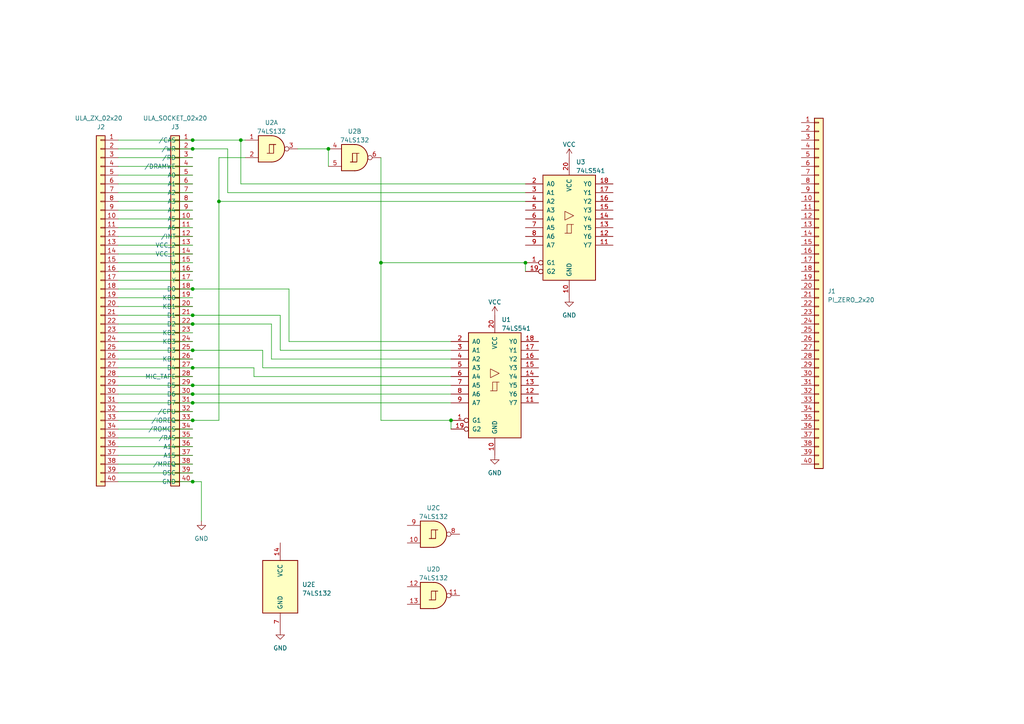
<source format=kicad_sch>
(kicad_sch (version 20230121) (generator eeschema)
  (paper "A4")
  (title_block (title "HD-Speccys") (company "RA Sewell"))
  (lib_symbols
    (symbol "74xx:74LS132" (pin_names (offset 1.016))
      (property "Reference" "U" (at 0 1.27 0))
      (property "Value" "74LS132" (at 0 -1.27 0))
      (symbol "74LS132_1_0"
        (polyline (pts (xy -0.635 -1.27) (xy -0.635 1.27) (xy 0.635 1.27)))
        (polyline (pts (xy -0.635 -1.27) (xy -0.635 1.27) (xy 0.635 1.27)))
        (polyline (pts (xy -1.27 -1.27) (xy 0.635 -1.27) (xy 0.635 1.27) (xy 1.27 1.27)))
        (polyline (pts (xy -1.27 -1.27) (xy 0.635 -1.27) (xy 0.635 1.27) (xy 1.27 1.27)))
      )
      (symbol "74LS132_1_1"
        (arc (start 0 -3.81) (mid 3.7934 0) (end 0 3.81) (stroke (width 0.254)) (fill (type background)))
        (polyline (pts (xy 0 3.81) (xy -3.81 3.81) (xy -3.81 -3.81) (xy 0 -3.81)) (stroke (width 0.254)) (fill (type background)))
        (pin input line (at -7.62 2.54 0) (length 3.81) (name "~") (number "1"))
        (pin input line (at -7.62 -2.54 0) (length 3.81) (name "~") (number "2"))
        (pin output inverted (at 7.62 0 180) (length 3.81) (name "~") (number "3"))
      )
      (symbol "74LS132_1_2"
        (arc (start -3.81 -3.81) (mid -2.589 0) (end -3.81 3.81) (stroke (width 0.254)))
        (arc (start -0.6096 -3.81) (mid 2.1842 -2.5851) (end 3.81 0) (stroke (width 0.254)) (fill (type background)))
        (polyline (pts (xy -3.81 -3.81) (xy -0.635 -3.81)) (stroke (width 0.254)) (fill (type background)))
        (polyline (pts (xy -3.81 3.81) (xy -0.635 3.81)) (stroke (width 0.254)) (fill (type background)))
        (polyline (pts (xy -0.635 3.81) (xy -3.81 3.81) (xy -3.81 3.81) (xy -3.556 3.4036) (xy -3.0226 2.2606) (xy -2.6924 1.0414) (xy -2.6162 -0.254) (xy -2.7686 -1.4986) (xy -3.175 -2.7178) (xy -3.81 -3.81) (xy -3.81 -3.81) (xy -0.635 -3.81)) (stroke (width -25.4)) (fill (type background)))
        (arc (start 3.81 0) (mid 2.1915 2.5936) (end -0.6096 3.81) (stroke (width 0.254)) (fill (type background)))
        (pin input inverted (at -7.62 2.54 0) (length 4.318) (name "~") (number "1"))
        (pin input inverted (at -7.62 -2.54 0) (length 4.318) (name "~") (number "2"))
        (pin output line (at 7.62 0 180) (length 3.81) (name "~") (number "3"))
      )
      (symbol "74LS132_2_0"
        (polyline (pts (xy -0.635 -1.27) (xy -0.635 1.27) (xy 0.635 1.27)))
        (polyline (pts (xy -0.635 -1.27) (xy -0.635 1.27) (xy 0.635 1.27)))
        (polyline (pts (xy -1.27 -1.27) (xy 0.635 -1.27) (xy 0.635 1.27) (xy 1.27 1.27)))
        (polyline (pts (xy -1.27 -1.27) (xy 0.635 -1.27) (xy 0.635 1.27) (xy 1.27 1.27)))
      )
      (symbol "74LS132_2_1"
        (arc (start 0 -3.81) (mid 3.7934 0) (end 0 3.81) (stroke (width 0.254)) (fill (type background)))
        (polyline (pts (xy 0 3.81) (xy -3.81 3.81) (xy -3.81 -3.81) (xy 0 -3.81)) (stroke (width 0.254)) (fill (type background)))
        (pin input line (at -7.62 2.54 0) (length 3.81) (name "~") (number "4"))
        (pin input line (at -7.62 -2.54 0) (length 3.81) (name "~") (number "5"))
        (pin output inverted (at 7.62 0 180) (length 3.81) (name "~") (number "6"))
      )
      (symbol "74LS132_2_2"
        (arc (start -3.81 -3.81) (mid -2.589 0) (end -3.81 3.81) (stroke (width 0.254)))
        (arc (start -0.6096 -3.81) (mid 2.1842 -2.5851) (end 3.81 0) (stroke (width 0.254)) (fill (type background)))
        (polyline (pts (xy -3.81 -3.81) (xy -0.635 -3.81)) (stroke (width 0.254)) (fill (type background)))
        (polyline (pts (xy -3.81 3.81) (xy -0.635 3.81)) (stroke (width 0.254)) (fill (type background)))
        (polyline (pts (xy -0.635 3.81) (xy -3.81 3.81) (xy -3.81 3.81) (xy -3.556 3.4036) (xy -3.0226 2.2606) (xy -2.6924 1.0414) (xy -2.6162 -0.254) (xy -2.7686 -1.4986) (xy -3.175 -2.7178) (xy -3.81 -3.81) (xy -3.81 -3.81) (xy -0.635 -3.81)) (stroke (width -25.4)) (fill (type background)))
        (arc (start 3.81 0) (mid 2.1915 2.5936) (end -0.6096 3.81) (stroke (width 0.254)) (fill (type background)))
        (pin input inverted (at -7.62 2.54 0) (length 4.318) (name "~") (number "4"))
        (pin input inverted (at -7.62 -2.54 0) (length 4.318) (name "~") (number "5"))
        (pin output line (at 7.62 0 180) (length 3.81) (name "~") (number "6"))
      )
      (symbol "74LS132_3_0"
        (polyline (pts (xy -0.635 -1.27) (xy -0.635 1.27) (xy 0.635 1.27)))
        (polyline (pts (xy -0.635 -1.27) (xy -0.635 1.27) (xy 0.635 1.27)))
        (polyline (pts (xy -1.27 -1.27) (xy 0.635 -1.27) (xy 0.635 1.27) (xy 1.27 1.27)))
        (polyline (pts (xy -1.27 -1.27) (xy 0.635 -1.27) (xy 0.635 1.27) (xy 1.27 1.27)))
      )
      (symbol "74LS132_3_1"
        (arc (start 0 -3.81) (mid 3.7934 0) (end 0 3.81) (stroke (width 0.254)) (fill (type background)))
        (polyline (pts (xy 0 3.81) (xy -3.81 3.81) (xy -3.81 -3.81) (xy 0 -3.81)) (stroke (width 0.254)) (fill (type background)))
        (pin input line (at -7.62 -2.54 0) (length 3.81) (name "~") (number "10"))
        (pin output inverted (at 7.62 0 180) (length 3.81) (name "~") (number "8"))
        (pin input line (at -7.62 2.54 0) (length 3.81) (name "~") (number "9"))
      )
      (symbol "74LS132_3_2"
        (arc (start -3.81 -3.81) (mid -2.589 0) (end -3.81 3.81) (stroke (width 0.254)))
        (arc (start -0.6096 -3.81) (mid 2.1842 -2.5851) (end 3.81 0) (stroke (width 0.254)) (fill (type background)))
        (polyline (pts (xy -3.81 -3.81) (xy -0.635 -3.81)) (stroke (width 0.254)) (fill (type background)))
        (polyline (pts (xy -3.81 3.81) (xy -0.635 3.81)) (stroke (width 0.254)) (fill (type background)))
        (polyline (pts (xy -0.635 3.81) (xy -3.81 3.81) (xy -3.81 3.81) (xy -3.556 3.4036) (xy -3.0226 2.2606) (xy -2.6924 1.0414) (xy -2.6162 -0.254) (xy -2.7686 -1.4986) (xy -3.175 -2.7178) (xy -3.81 -3.81) (xy -3.81 -3.81) (xy -0.635 -3.81)) (stroke (width -25.4)) (fill (type background)))
        (arc (start 3.81 0) (mid 2.1915 2.5936) (end -0.6096 3.81) (stroke (width 0.254)) (fill (type background)))
        (pin input inverted (at -7.62 -2.54 0) (length 4.318) (name "~") (number "10"))
        (pin output line (at 7.62 0 180) (length 3.81) (name "~") (number "8"))
        (pin input inverted (at -7.62 2.54 0) (length 4.318) (name "~") (number "9"))
      )
      (symbol "74LS132_4_0"
        (polyline (pts (xy -0.635 -1.27) (xy -0.635 1.27) (xy 0.635 1.27)))
        (polyline (pts (xy -0.635 -1.27) (xy -0.635 1.27) (xy 0.635 1.27)))
        (polyline (pts (xy -1.27 -1.27) (xy 0.635 -1.27) (xy 0.635 1.27) (xy 1.27 1.27)))
        (polyline (pts (xy -1.27 -1.27) (xy 0.635 -1.27) (xy 0.635 1.27) (xy 1.27 1.27)))
      )
      (symbol "74LS132_4_1"
        (arc (start 0 -3.81) (mid 3.7934 0) (end 0 3.81) (stroke (width 0.254)) (fill (type background)))
        (polyline (pts (xy 0 3.81) (xy -3.81 3.81) (xy -3.81 -3.81) (xy 0 -3.81)) (stroke (width 0.254)) (fill (type background)))
        (pin output inverted (at 7.62 0 180) (length 3.81) (name "~") (number "11"))
        (pin input line (at -7.62 2.54 0) (length 3.81) (name "~") (number "12"))
        (pin input line (at -7.62 -2.54 0) (length 3.81) (name "~") (number "13"))
      )
      (symbol "74LS132_4_2"
        (arc (start -3.81 -3.81) (mid -2.589 0) (end -3.81 3.81) (stroke (width 0.254)))
        (arc (start -0.6096 -3.81) (mid 2.1842 -2.5851) (end 3.81 0) (stroke (width 0.254)) (fill (type background)))
        (polyline (pts (xy -3.81 -3.81) (xy -0.635 -3.81)) (stroke (width 0.254)) (fill (type background)))
        (polyline (pts (xy -3.81 3.81) (xy -0.635 3.81)) (stroke (width 0.254)) (fill (type background)))
        (polyline (pts (xy -0.635 3.81) (xy -3.81 3.81) (xy -3.81 3.81) (xy -3.556 3.4036) (xy -3.0226 2.2606) (xy -2.6924 1.0414) (xy -2.6162 -0.254) (xy -2.7686 -1.4986) (xy -3.175 -2.7178) (xy -3.81 -3.81) (xy -3.81 -3.81) (xy -0.635 -3.81)) (stroke (width -25.4)) (fill (type background)))
        (arc (start 3.81 0) (mid 2.1915 2.5936) (end -0.6096 3.81) (stroke (width 0.254)) (fill (type background)))
        (pin output line (at 7.62 0 180) (length 3.81) (name "~") (number "11"))
        (pin input inverted (at -7.62 2.54 0) (length 4.318) (name "~") (number "12"))
        (pin input inverted (at -7.62 -2.54 0) (length 4.318) (name "~") (number "13"))
      )
      (symbol "74LS132_5_0"
        (pin power_in line (at 0 12.7 270) (length 5.08) (name "VCC") (number "14"))
        (pin power_in line (at 0 -12.7 90) (length 5.08) (name "GND") (number "7"))
      )
      (symbol "74LS132_5_1"
        (rectangle (start -5.08 7.62) (end 5.08 -7.62) (stroke (width 0.254)) (fill (type background)))
      )
    )
    (symbol "74xx:74LS541" (pin_names (offset 1.016))
      (property "Reference" "U" (at -7.62 16.51 0))
      (property "Value" "74LS541" (at -7.62 -16.51 0))
      (symbol "74LS541_1_0"
        (polyline (pts (xy -0.635 -1.6002) (xy -0.635 0.9398) (xy 0.635 0.9398)))
        (polyline (pts (xy -1.27 -1.6002) (xy 0.635 -1.6002) (xy 0.635 0.9398) (xy 1.27 0.9398)))
        (polyline (pts (xy 1.27 3.4798) (xy -1.27 4.7498) (xy -1.27 2.2098) (xy 1.27 3.4798)) (stroke (width 0.1524)))
        (pin input inverted (at -12.7 -10.16 0) (length 5.08) (name "G1") (number "1"))
        (pin power_in line (at 0 -20.32 90) (length 5.08) (name "GND") (number "10"))
        (pin tri_state line (at 12.7 -5.08 180) (length 5.08) (name "Y7") (number "11"))
        (pin tri_state line (at 12.7 -2.54 180) (length 5.08) (name "Y6") (number "12"))
        (pin tri_state line (at 12.7 0 180) (length 5.08) (name "Y5") (number "13"))
        (pin tri_state line (at 12.7 2.54 180) (length 5.08) (name "Y4") (number "14"))
        (pin tri_state line (at 12.7 5.08 180) (length 5.08) (name "Y3") (number "15"))
        (pin tri_state line (at 12.7 7.62 180) (length 5.08) (name "Y2") (number "16"))
        (pin tri_state line (at 12.7 10.16 180) (length 5.08) (name "Y1") (number "17"))
        (pin tri_state line (at 12.7 12.7 180) (length 5.08) (name "Y0") (number "18"))
        (pin input inverted (at -12.7 -12.7 0) (length 5.08) (name "G2") (number "19"))
        (pin input line (at -12.7 12.7 0) (length 5.08) (name "A0") (number "2"))
        (pin power_in line (at 0 20.32 270) (length 5.08) (name "VCC") (number "20"))
        (pin input line (at -12.7 10.16 0) (length 5.08) (name "A1") (number "3"))
        (pin input line (at -12.7 7.62 0) (length 5.08) (name "A2") (number "4"))
        (pin input line (at -12.7 5.08 0) (length 5.08) (name "A3") (number "5"))
        (pin input line (at -12.7 2.54 0) (length 5.08) (name "A4") (number "6"))
        (pin input line (at -12.7 0 0) (length 5.08) (name "A5") (number "7"))
        (pin input line (at -12.7 -2.54 0) (length 5.08) (name "A6") (number "8"))
        (pin input line (at -12.7 -5.08 0) (length 5.08) (name "A7") (number "9"))
      )
      (symbol "74LS541_1_1"
        (rectangle (start -7.62 15.24) (end 7.62 -15.24) (stroke (width 0.254)) (fill (type background)))
      )
    )
    (symbol "Conn_01x40_1" (pin_names (offset 1.016))
      (property "Reference" "J3" (at 0 -54.61 0))
      (property "Value" "ULA_SOCKET_02x20" (at 0 -57.15 0))
      (symbol "Conn_01x40_1_1_1"
        (rectangle (start -1.27 -50.673) (end 0 -50.927) (stroke (width 0.1524)))
        (rectangle (start -1.27 -48.133) (end 0 -48.387) (stroke (width 0.1524)))
        (rectangle (start -1.27 -45.593) (end 0 -45.847) (stroke (width 0.1524)))
        (rectangle (start -1.27 -43.053) (end 0 -43.307) (stroke (width 0.1524)))
        (rectangle (start -1.27 -40.513) (end 0 -40.767) (stroke (width 0.1524)))
        (rectangle (start -1.27 -37.973) (end 0 -38.227) (stroke (width 0.1524)))
        (rectangle (start -1.27 -35.433) (end 0 -35.687) (stroke (width 0.1524)))
        (rectangle (start -1.27 -32.893) (end 0 -33.147) (stroke (width 0.1524)))
        (rectangle (start -1.27 -30.353) (end 0 -30.607) (stroke (width 0.1524)))
        (rectangle (start -1.27 -27.813) (end 0 -28.067) (stroke (width 0.1524)))
        (rectangle (start -1.27 -25.273) (end 0 -25.527) (stroke (width 0.1524)))
        (rectangle (start -1.27 -22.733) (end 0 -22.987) (stroke (width 0.1524)))
        (rectangle (start -1.27 -20.193) (end 0 -20.447) (stroke (width 0.1524)))
        (rectangle (start -1.27 -17.653) (end 0 -17.907) (stroke (width 0.1524)))
        (rectangle (start -1.27 -15.113) (end 0 -15.367) (stroke (width 0.1524)))
        (rectangle (start -1.27 -12.573) (end 0 -12.827) (stroke (width 0.1524)))
        (rectangle (start -1.27 -10.033) (end 0 -10.287) (stroke (width 0.1524)))
        (rectangle (start -1.27 -7.493) (end 0 -7.747) (stroke (width 0.1524)))
        (rectangle (start -1.27 -4.953) (end 0 -5.207) (stroke (width 0.1524)))
        (rectangle (start -1.27 -2.413) (end 0 -2.667) (stroke (width 0.1524)))
        (rectangle (start -1.27 0.127) (end 0 -0.127) (stroke (width 0.1524)))
        (rectangle (start -1.27 2.667) (end 0 2.413) (stroke (width 0.1524)))
        (rectangle (start -1.27 5.207) (end 0 4.953) (stroke (width 0.1524)))
        (rectangle (start -1.27 7.747) (end 0 7.493) (stroke (width 0.1524)))
        (rectangle (start -1.27 10.287) (end 0 10.033) (stroke (width 0.1524)))
        (rectangle (start -1.27 12.827) (end 0 12.573) (stroke (width 0.1524)))
        (rectangle (start -1.27 15.367) (end 0 15.113) (stroke (width 0.1524)))
        (rectangle (start -1.27 17.907) (end 0 17.653) (stroke (width 0.1524)))
        (rectangle (start -1.27 20.447) (end 0 20.193) (stroke (width 0.1524)))
        (rectangle (start -1.27 22.987) (end 0 22.733) (stroke (width 0.1524)))
        (rectangle (start -1.27 25.527) (end 0 25.273) (stroke (width 0.1524)))
        (rectangle (start -1.27 28.067) (end 0 27.813) (stroke (width 0.1524)))
        (rectangle (start -1.27 30.607) (end 0 30.353) (stroke (width 0.1524)))
        (rectangle (start -1.27 33.147) (end 0 32.893) (stroke (width 0.1524)))
        (rectangle (start -1.27 35.687) (end 0 35.433) (stroke (width 0.1524)))
        (rectangle (start -1.27 38.227) (end 0 37.973) (stroke (width 0.1524)))
        (rectangle (start -1.27 40.767) (end 0 40.513) (stroke (width 0.1524)))
        (rectangle (start -1.27 43.307) (end 0 43.053) (stroke (width 0.1524)))
        (rectangle (start -1.27 45.847) (end 0 45.593) (stroke (width 0.1524)))
        (rectangle (start -1.27 48.387) (end 0 48.133) (stroke (width 0.1524)))
        (rectangle (start -1.27 49.53) (end 1.27 -52.07) (stroke (width 0.254)) (fill (type background)))
        (pin passive line (at -5.08 48.26 0) (length 3.81) (name "/CAS") (number "1"))
        (pin passive line (at -5.08 25.4 0) (length 3.81) (name "A5") (number "10"))
        (pin passive line (at -5.08 22.86 0) (length 3.81) (name "A6") (number "11"))
        (pin passive line (at -5.08 20.32 0) (length 3.81) (name "/INT") (number "12"))
        (pin passive line (at -5.08 17.78 0) (length 3.81) (name "VCC_2") (number "13"))
        (pin passive line (at -5.08 15.24 0) (length 3.81) (name "VCC_1") (number "14"))
        (pin passive line (at -5.08 12.7 0) (length 3.81) (name "U") (number "15"))
        (pin passive line (at -5.08 10.16 0) (length 3.81) (name "V") (number "16"))
        (pin passive line (at -5.08 7.62 0) (length 3.81) (name "Y") (number "17"))
        (pin passive line (at -5.08 5.08 0) (length 3.81) (name "D0") (number "18"))
        (pin passive line (at -5.08 2.54 0) (length 3.81) (name "KB0") (number "19"))
        (pin passive line (at -5.08 45.72 0) (length 3.81) (name "/WR") (number "2"))
        (pin passive line (at -5.08 0 0) (length 3.81) (name "KB1") (number "20"))
        (pin passive line (at -5.08 -2.54 0) (length 3.81) (name "D1") (number "21"))
        (pin passive line (at -5.08 -5.08 0) (length 3.81) (name "D2") (number "22"))
        (pin passive line (at -5.08 -7.62 0) (length 3.81) (name "KB2") (number "23"))
        (pin passive line (at -5.08 -10.16 0) (length 3.81) (name "KB3") (number "24"))
        (pin passive line (at -5.08 -12.7 0) (length 3.81) (name "D3") (number "25"))
        (pin passive line (at -5.08 -15.24 0) (length 3.81) (name "KB4") (number "26"))
        (pin passive line (at -5.08 -17.78 0) (length 3.81) (name "D4") (number "27"))
        (pin passive line (at -5.08 -20.32 0) (length 3.81) (name "MIC_TAPE") (number "28"))
        (pin passive line (at -5.08 -22.86 0) (length 3.81) (name "D5") (number "29"))
        (pin passive line (at -5.08 43.18 0) (length 3.81) (name "/RD") (number "3"))
        (pin passive line (at -5.08 -25.4 0) (length 3.81) (name "D6") (number "30"))
        (pin passive line (at -5.08 -27.94 0) (length 3.81) (name "D7") (number "31"))
        (pin passive line (at -5.08 -30.48 0) (length 3.81) (name "/CPU") (number "32"))
        (pin passive line (at -5.08 -33.02 0) (length 3.81) (name "/IOREQ") (number "33"))
        (pin passive line (at -5.08 -35.56 0) (length 3.81) (name "/ROMCS") (number "34"))
        (pin passive line (at -5.08 -38.1 0) (length 3.81) (name "/RAS") (number "35"))
        (pin passive line (at -5.08 -40.64 0) (length 3.81) (name "A14") (number "36"))
        (pin passive line (at -5.08 -43.18 0) (length 3.81) (name "A15") (number "37"))
        (pin passive line (at -5.08 -45.72 0) (length 3.81) (name "/MREQ") (number "38"))
        (pin passive line (at -5.08 -48.26 0) (length 3.81) (name "OSC") (number "39"))
        (pin passive line (at -5.08 40.64 0) (length 3.81) (name "/DRAMWE") (number "4"))
        (pin passive line (at -5.08 -50.8 0) (length 3.81) (name "GND") (number "40"))
        (pin passive line (at -5.08 38.1 0) (length 3.81) (name "A0") (number "5"))
        (pin passive line (at -5.08 35.56 0) (length 3.81) (name "A1") (number "6"))
        (pin passive line (at -5.08 33.02 0) (length 3.81) (name "A2") (number "7"))
        (pin passive line (at -5.08 30.48 0) (length 3.81) (name "A3") (number "8"))
        (pin passive line (at -5.08 27.94 0) (length 3.81) (name "A4") (number "9"))
      )
    )
    (symbol "Connector_Generic:Conn_01x40" (pin_names (offset 1.016) hide)
      (property "Reference" "J" (at 0 50.8 0))
      (property "Value" "Conn_01x40" (at 0 -53.34 0))
      (symbol "Conn_01x40_1_1"
        (rectangle (start -1.27 -50.673) (end 0 -50.927) (stroke (width 0.1524)))
        (rectangle (start -1.27 -48.133) (end 0 -48.387) (stroke (width 0.1524)))
        (rectangle (start -1.27 -45.593) (end 0 -45.847) (stroke (width 0.1524)))
        (rectangle (start -1.27 -43.053) (end 0 -43.307) (stroke (width 0.1524)))
        (rectangle (start -1.27 -40.513) (end 0 -40.767) (stroke (width 0.1524)))
        (rectangle (start -1.27 -37.973) (end 0 -38.227) (stroke (width 0.1524)))
        (rectangle (start -1.27 -35.433) (end 0 -35.687) (stroke (width 0.1524)))
        (rectangle (start -1.27 -32.893) (end 0 -33.147) (stroke (width 0.1524)))
        (rectangle (start -1.27 -30.353) (end 0 -30.607) (stroke (width 0.1524)))
        (rectangle (start -1.27 -27.813) (end 0 -28.067) (stroke (width 0.1524)))
        (rectangle (start -1.27 -25.273) (end 0 -25.527) (stroke (width 0.1524)))
        (rectangle (start -1.27 -22.733) (end 0 -22.987) (stroke (width 0.1524)))
        (rectangle (start -1.27 -20.193) (end 0 -20.447) (stroke (width 0.1524)))
        (rectangle (start -1.27 -17.653) (end 0 -17.907) (stroke (width 0.1524)))
        (rectangle (start -1.27 -15.113) (end 0 -15.367) (stroke (width 0.1524)))
        (rectangle (start -1.27 -12.573) (end 0 -12.827) (stroke (width 0.1524)))
        (rectangle (start -1.27 -10.033) (end 0 -10.287) (stroke (width 0.1524)))
        (rectangle (start -1.27 -7.493) (end 0 -7.747) (stroke (width 0.1524)))
        (rectangle (start -1.27 -4.953) (end 0 -5.207) (stroke (width 0.1524)))
        (rectangle (start -1.27 -2.413) (end 0 -2.667) (stroke (width 0.1524)))
        (rectangle (start -1.27 0.127) (end 0 -0.127) (stroke (width 0.1524)))
        (rectangle (start -1.27 2.667) (end 0 2.413) (stroke (width 0.1524)))
        (rectangle (start -1.27 5.207) (end 0 4.953) (stroke (width 0.1524)))
        (rectangle (start -1.27 7.747) (end 0 7.493) (stroke (width 0.1524)))
        (rectangle (start -1.27 10.287) (end 0 10.033) (stroke (width 0.1524)))
        (rectangle (start -1.27 12.827) (end 0 12.573) (stroke (width 0.1524)))
        (rectangle (start -1.27 15.367) (end 0 15.113) (stroke (width 0.1524)))
        (rectangle (start -1.27 17.907) (end 0 17.653) (stroke (width 0.1524)))
        (rectangle (start -1.27 20.447) (end 0 20.193) (stroke (width 0.1524)))
        (rectangle (start -1.27 22.987) (end 0 22.733) (stroke (width 0.1524)))
        (rectangle (start -1.27 25.527) (end 0 25.273) (stroke (width 0.1524)))
        (rectangle (start -1.27 28.067) (end 0 27.813) (stroke (width 0.1524)))
        (rectangle (start -1.27 30.607) (end 0 30.353) (stroke (width 0.1524)))
        (rectangle (start -1.27 33.147) (end 0 32.893) (stroke (width 0.1524)))
        (rectangle (start -1.27 35.687) (end 0 35.433) (stroke (width 0.1524)))
        (rectangle (start -1.27 38.227) (end 0 37.973) (stroke (width 0.1524)))
        (rectangle (start -1.27 40.767) (end 0 40.513) (stroke (width 0.1524)))
        (rectangle (start -1.27 43.307) (end 0 43.053) (stroke (width 0.1524)))
        (rectangle (start -1.27 45.847) (end 0 45.593) (stroke (width 0.1524)))
        (rectangle (start -1.27 48.387) (end 0 48.133) (stroke (width 0.1524)))
        (rectangle (start -1.27 49.53) (end 1.27 -52.07) (stroke (width 0.254)) (fill (type background)))
        (pin passive line (at -5.08 48.26 0) (length 3.81) (name "Pin_1") (number "1"))
        (pin passive line (at -5.08 25.4 0) (length 3.81) (name "Pin_10") (number "10"))
        (pin passive line (at -5.08 22.86 0) (length 3.81) (name "Pin_11") (number "11"))
        (pin passive line (at -5.08 20.32 0) (length 3.81) (name "Pin_12") (number "12"))
        (pin passive line (at -5.08 17.78 0) (length 3.81) (name "Pin_13") (number "13"))
        (pin passive line (at -5.08 15.24 0) (length 3.81) (name "Pin_14") (number "14"))
        (pin passive line (at -5.08 12.7 0) (length 3.81) (name "Pin_15") (number "15"))
        (pin passive line (at -5.08 10.16 0) (length 3.81) (name "Pin_16") (number "16"))
        (pin passive line (at -5.08 7.62 0) (length 3.81) (name "Pin_17") (number "17"))
        (pin passive line (at -5.08 5.08 0) (length 3.81) (name "Pin_18") (number "18"))
        (pin passive line (at -5.08 2.54 0) (length 3.81) (name "Pin_19") (number "19"))
        (pin passive line (at -5.08 45.72 0) (length 3.81) (name "Pin_2") (number "2"))
        (pin passive line (at -5.08 0 0) (length 3.81) (name "Pin_20") (number "20"))
        (pin passive line (at -5.08 -2.54 0) (length 3.81) (name "Pin_21") (number "21"))
        (pin passive line (at -5.08 -5.08 0) (length 3.81) (name "Pin_22") (number "22"))
        (pin passive line (at -5.08 -7.62 0) (length 3.81) (name "Pin_23") (number "23"))
        (pin passive line (at -5.08 -10.16 0) (length 3.81) (name "Pin_24") (number "24"))
        (pin passive line (at -5.08 -12.7 0) (length 3.81) (name "Pin_25") (number "25"))
        (pin passive line (at -5.08 -15.24 0) (length 3.81) (name "Pin_26") (number "26"))
        (pin passive line (at -5.08 -17.78 0) (length 3.81) (name "Pin_27") (number "27"))
        (pin passive line (at -5.08 -20.32 0) (length 3.81) (name "Pin_28") (number "28"))
        (pin passive line (at -5.08 -22.86 0) (length 3.81) (name "Pin_29") (number "29"))
        (pin passive line (at -5.08 43.18 0) (length 3.81) (name "Pin_3") (number "3"))
        (pin passive line (at -5.08 -25.4 0) (length 3.81) (name "Pin_30") (number "30"))
        (pin passive line (at -5.08 -27.94 0) (length 3.81) (name "Pin_31") (number "31"))
        (pin passive line (at -5.08 -30.48 0) (length 3.81) (name "Pin_32") (number "32"))
        (pin passive line (at -5.08 -33.02 0) (length 3.81) (name "Pin_33") (number "33"))
        (pin passive line (at -5.08 -35.56 0) (length 3.81) (name "Pin_34") (number "34"))
        (pin passive line (at -5.08 -38.1 0) (length 3.81) (name "Pin_35") (number "35"))
        (pin passive line (at -5.08 -40.64 0) (length 3.81) (name "Pin_36") (number "36"))
        (pin passive line (at -5.08 -43.18 0) (length 3.81) (name "Pin_37") (number "37"))
        (pin passive line (at -5.08 -45.72 0) (length 3.81) (name "Pin_38") (number "38"))
        (pin passive line (at -5.08 -48.26 0) (length 3.81) (name "Pin_39") (number "39"))
        (pin passive line (at -5.08 40.64 0) (length 3.81) (name "Pin_4") (number "4"))
        (pin passive line (at -5.08 -50.8 0) (length 3.81) (name "Pin_40") (number "40"))
        (pin passive line (at -5.08 38.1 0) (length 3.81) (name "Pin_5") (number "5"))
        (pin passive line (at -5.08 35.56 0) (length 3.81) (name "Pin_6") (number "6"))
        (pin passive line (at -5.08 33.02 0) (length 3.81) (name "Pin_7") (number "7"))
        (pin passive line (at -5.08 30.48 0) (length 3.81) (name "Pin_8") (number "8"))
        (pin passive line (at -5.08 27.94 0) (length 3.81) (name "Pin_9") (number "9"))
      )
    )
    (symbol "power:GND" (power) (pin_names (offset 0))
      (property "Value" "GND" (at 0 -3.81 0))
      (symbol "GND_0_1"
        (polyline (pts (xy 0 0) (xy 0 -1.27) (xy 1.27 -1.27) (xy 0 -2.54) (xy -1.27 -1.27) (xy 0 -1.27)))
      )
      (symbol "GND_1_1"
        (pin power_in line (at 0 0 270) (length 0) hide (name "GND") (number "1"))
      )
    )
    (symbol "power:VCC" (power) (pin_names (offset 0))
      (property "Value" "VCC" (at 0 3.81 0))
      (symbol "VCC_0_1"
        (polyline (pts (xy -0.762 1.27) (xy 0 2.54)))
        (polyline (pts (xy 0 0) (xy 0 2.54)))
        (polyline (pts (xy 0 2.54) (xy 0.762 1.27)))
      )
      (symbol "VCC_1_1"
        (pin power_in line (at 0 0 90) (length 0) hide (name "VCC") (number "1"))
      )
    )
  )
  (junction (at 55.88 106.68))
  (junction (at 55.88 91.44))
  (junction (at 55.88 43.18))
  (junction (at 55.88 114.3))
  (junction (at 55.88 93.98))
  (junction (at 55.88 111.76))
  (junction (at 130.81 121.92))
  (junction (at 55.88 40.64))
  (junction (at 152.4 76.2))
  (junction (at 55.88 83.82))
  (junction (at 63.5 58.42))
  (junction (at 55.88 139.7))
  (junction (at 55.88 116.84))
  (junction (at 69.85 40.64))
  (junction (at 55.88 121.92))
  (junction (at 95.25 43.18))
  (junction (at 55.88 101.6))
  (junction (at 110.49 76.2))
  (wire (pts (xy 34.29 114.3) (xy 55.88 114.3)))
  (wire (pts (xy 55.88 116.84) (xy 130.81 116.84)))
  (wire (pts (xy 34.29 127) (xy 55.88 127)))
  (wire (pts (xy 34.29 132.08) (xy 55.88 132.08)))
  (wire (pts (xy 34.29 116.84) (xy 55.88 116.84)))
  (wire (pts (xy 34.29 73.66) (xy 55.88 73.66)))
  (wire (pts (xy 34.29 86.36) (xy 55.88 86.36)))
  (wire (pts (xy 34.29 45.72) (xy 55.88 45.72)))
  (wire (pts (xy 34.29 101.6) (xy 55.88 101.6)))
  (wire (pts (xy 55.88 114.3) (xy 130.81 114.3)))
  (wire (pts (xy 69.85 40.64) (xy 71.12 40.64)))
  (wire (pts (xy 55.88 139.7) (xy 58.42 139.7)))
  (wire (pts (xy 110.49 45.72) (xy 110.49 76.2)))
  (wire (pts (xy 152.4 76.2) (xy 152.4 78.74)))
  (wire (pts (xy 34.29 63.5) (xy 55.88 63.5)))
  (wire (pts (xy 78.74 104.14) (xy 78.74 93.98)))
  (wire (pts (xy 34.29 93.98) (xy 55.88 93.98)))
  (wire (pts (xy 34.29 53.34) (xy 55.88 53.34)))
  (wire (pts (xy 55.88 40.64) (xy 69.85 40.64)))
  (wire (pts (xy 34.29 40.64) (xy 55.88 40.64)))
  (wire (pts (xy 34.29 78.74) (xy 55.88 78.74)))
  (wire (pts (xy 152.4 55.88) (xy 66.04 55.88)))
  (wire (pts (xy 34.29 134.62) (xy 55.88 134.62)))
  (wire (pts (xy 152.4 53.34) (xy 69.85 53.34)))
  (wire (pts (xy 55.88 91.44) (xy 81.28 91.44)))
  (wire (pts (xy 34.29 137.16) (xy 55.88 137.16)))
  (wire (pts (xy 34.29 50.8) (xy 55.88 50.8)))
  (wire (pts (xy 110.49 76.2) (xy 152.4 76.2)))
  (wire (pts (xy 34.29 104.14) (xy 55.88 104.14)))
  (wire (pts (xy 34.29 121.92) (xy 55.88 121.92)))
  (wire (pts (xy 110.49 76.2) (xy 110.49 121.92)))
  (wire (pts (xy 130.81 106.68) (xy 76.2 106.68)))
  (wire (pts (xy 34.29 71.12) (xy 55.88 71.12)))
  (wire (pts (xy 81.28 101.6) (xy 81.28 91.44)))
  (wire (pts (xy 34.29 66.04) (xy 55.88 66.04)))
  (wire (pts (xy 34.29 43.18) (xy 55.88 43.18)))
  (wire (pts (xy 34.29 76.2) (xy 55.88 76.2)))
  (wire (pts (xy 55.88 93.98) (xy 78.74 93.98)))
  (wire (pts (xy 34.29 60.96) (xy 55.88 60.96)))
  (wire (pts (xy 86.36 43.18) (xy 95.25 43.18)))
  (wire (pts (xy 34.29 58.42) (xy 55.88 58.42)))
  (wire (pts (xy 95.25 43.18) (xy 95.25 48.26)))
  (wire (pts (xy 34.29 83.82) (xy 55.88 83.82)))
  (wire (pts (xy 130.81 99.06) (xy 83.82 99.06)))
  (wire (pts (xy 63.5 121.92) (xy 55.88 121.92)))
  (wire (pts (xy 34.29 48.26) (xy 55.88 48.26)))
  (wire (pts (xy 71.12 45.72) (xy 63.5 45.72)))
  (wire (pts (xy 34.29 68.58) (xy 55.88 68.58)))
  (wire (pts (xy 55.88 111.76) (xy 130.81 111.76)))
  (wire (pts (xy 34.29 124.46) (xy 55.88 124.46)))
  (wire (pts (xy 130.81 101.6) (xy 81.28 101.6)))
  (wire (pts (xy 63.5 45.72) (xy 63.5 58.42)))
  (wire (pts (xy 58.42 151.13) (xy 58.42 139.7)))
  (wire (pts (xy 34.29 129.54) (xy 55.88 129.54)))
  (wire (pts (xy 73.66 106.68) (xy 73.66 109.22)))
  (wire (pts (xy 34.29 91.44) (xy 55.88 91.44)))
  (wire (pts (xy 34.29 99.06) (xy 55.88 99.06)))
  (wire (pts (xy 34.29 55.88) (xy 55.88 55.88)))
  (wire (pts (xy 34.29 119.38) (xy 55.88 119.38)))
  (wire (pts (xy 130.81 121.92) (xy 130.81 124.46)))
  (wire (pts (xy 34.29 88.9) (xy 55.88 88.9)))
  (wire (pts (xy 66.04 55.88) (xy 66.04 43.18)))
  (wire (pts (xy 55.88 83.82) (xy 83.82 83.82)))
  (wire (pts (xy 76.2 106.68) (xy 76.2 101.6)))
  (wire (pts (xy 34.29 111.76) (xy 55.88 111.76)))
  (wire (pts (xy 34.29 106.68) (xy 55.88 106.68)))
  (wire (pts (xy 55.88 101.6) (xy 76.2 101.6)))
  (wire (pts (xy 83.82 99.06) (xy 83.82 83.82)))
  (wire (pts (xy 55.88 43.18) (xy 66.04 43.18)))
  (wire (pts (xy 55.88 106.68) (xy 73.66 106.68)))
  (wire (pts (xy 34.29 81.28) (xy 55.88 81.28)))
  (wire (pts (xy 34.29 96.52) (xy 55.88 96.52)))
  (wire (pts (xy 63.5 58.42) (xy 152.4 58.42)))
  (wire (pts (xy 130.81 104.14) (xy 78.74 104.14)))
  (wire (pts (xy 69.85 40.64) (xy 69.85 53.34)))
  (wire (pts (xy 63.5 58.42) (xy 63.5 121.92)))
  (wire (pts (xy 130.81 109.22) (xy 73.66 109.22)))
  (wire (pts (xy 34.29 109.22) (xy 55.88 109.22)))
  (wire (pts (xy 110.49 121.92) (xy 130.81 121.92)))
  (wire (pts (xy 34.29 139.7) (xy 55.88 139.7)))
  (symbol (lib_id "74xx:74LS132") (at 125.73 172.72 0) (unit 4)
    (property "Reference" "U2" (at 125.7217 165.1 0))
    (property "Value" "74LS132" (at 125.7217 167.64 0))
    (property "Datasheet" "http://www.ti.com/lit/gpn/sn74LS132" (effects hide))
  )
  (symbol (lib_id "74xx:74LS541") (at 165.1 66.04 0) (unit 1)
    (property "Reference" "U3" (at 167.0559 46.99 0) (effects (justify left)))
    (property "Value" "74LS541" (at 167.0559 49.53 0) (effects (justify left)))
    (property "Datasheet" "http://www.ti.com/lit/gpn/sn74LS541" (effects hide))
  )
  (symbol (lib_name "Conn_01x40_1") (lib_id "Connector_Generic:Conn_01x40") (at 50.8 88.9 0) (mirror y) (unit 1)
    (property "Reference" "J3" (at 50.8 36.83 0))
    (property "Value" "ULA_SOCKET_02x20" (at 50.8 34.29 0))
  )
  (symbol (lib_id "power:GND") (at 58.42 151.13 0) (unit 1)
    (property "Reference" "#PWR06" (effects hide))
    (property "Value" "GND" (at 58.42 156.21 0))
  )
  (symbol (lib_id "power:GND") (at 143.51 132.08 0) (unit 1)
    (property "Reference" "#PWR02" (effects hide))
    (property "Value" "GND" (at 143.51 137.16 0))
  )
  (symbol (lib_id "74xx:74LS132") (at 125.73 154.94 0) (unit 3)
    (property "Reference" "U2" (at 125.7217 147.32 0))
    (property "Value" "74LS132" (at 125.7217 149.86 0))
    (property "Datasheet" "http://www.ti.com/lit/gpn/sn74LS132" (effects hide))
  )
  (symbol (lib_id "power:GND") (at 81.28 182.88 0) (unit 1)
    (property "Reference" "#PWR04" (effects hide))
    (property "Value" "GND" (at 81.28 187.96 0))
  )
  (symbol (lib_id "power:VCC") (at 165.1 45.72 0) (unit 1)
    (property "Reference" "#PWR05" (effects hide))
    (property "Value" "VCC" (at 165.1 41.91 0))
  )
  (symbol (lib_id "74xx:74LS132") (at 78.74 43.18 0) (unit 1)
    (property "Reference" "U2" (at 78.7317 35.56 0))
    (property "Value" "74LS132" (at 78.7317 38.1 0))
    (property "Datasheet" "http://www.ti.com/lit/gpn/sn74LS132" (effects hide))
  )
  (symbol (lib_id "74xx:74LS132") (at 102.87 45.72 0) (unit 2)
    (property "Reference" "U2" (at 102.8617 38.1 0))
    (property "Value" "74LS132" (at 102.8617 40.64 0))
    (property "Datasheet" "http://www.ti.com/lit/gpn/sn74LS132" (effects hide))
  )
  (symbol (lib_id "power:GND") (at 165.1 86.36 0) (unit 1)
    (property "Reference" "#PWR03" (effects hide))
    (property "Value" "GND" (at 165.1 91.44 0))
  )
  (symbol (lib_id "74xx:74LS132") (at 81.28 170.18 0) (unit 5)
    (property "Reference" "U2" (at 87.63 169.545 0) (effects (justify left)))
    (property "Value" "74LS132" (at 87.63 172.085 0) (effects (justify left)))
    (property "Datasheet" "http://www.ti.com/lit/gpn/sn74LS132" (effects hide))
  )
  (symbol (lib_id "Connector_Generic:Conn_01x40") (at 29.21 88.9 0) (mirror y) (unit 1)
    (property "Reference" "J2" (at 30.48 36.83 0) (effects (justify left)))
    (property "Value" "ULA_ZX_02x20" (at 35.56 34.29 0) (effects (justify left)))
  )
  (symbol (lib_id "Connector_Generic:Conn_01x40") (at 237.49 83.82 0) (unit 1)
    (property "Reference" "J1" (at 240.03 84.455 0) (effects (justify left)))
    (property "Value" "PI_ZERO_2x20" (at 240.03 86.995 0) (effects (justify left)))
  )
  (symbol (lib_id "74xx:74LS541") (at 143.51 111.76 0) (unit 1)
    (property "Reference" "U1" (at 145.4659 92.71 0) (effects (justify left)))
    (property "Value" "74LS541" (at 145.4659 95.25 0) (effects (justify left)))
    (property "Datasheet" "http://www.ti.com/lit/gpn/sn74LS541" (effects hide))
  )
  (symbol (lib_id "power:VCC") (at 143.51 91.44 0) (unit 1)
    (property "Reference" "#PWR01" (effects hide))
    (property "Value" "VCC" (at 143.51 87.63 0))
  )
)
</source>
